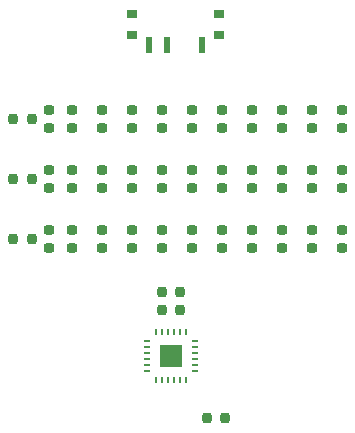
<source format=gtp>
G04 #@! TF.GenerationSoftware,KiCad,Pcbnew,8.0.2*
G04 #@! TF.CreationDate,2024-10-23T21:54:28-05:00*
G04 #@! TF.ProjectId,SAMC21_breakout,53414d43-3231-45f6-9272-65616b6f7574,rev?*
G04 #@! TF.SameCoordinates,Original*
G04 #@! TF.FileFunction,Paste,Top*
G04 #@! TF.FilePolarity,Positive*
%FSLAX46Y46*%
G04 Gerber Fmt 4.6, Leading zero omitted, Abs format (unit mm)*
G04 Created by KiCad (PCBNEW 8.0.2) date 2024-10-23 21:54:28*
%MOMM*%
%LPD*%
G01*
G04 APERTURE LIST*
G04 Aperture macros list*
%AMRoundRect*
0 Rectangle with rounded corners*
0 $1 Rounding radius*
0 $2 $3 $4 $5 $6 $7 $8 $9 X,Y pos of 4 corners*
0 Add a 4 corners polygon primitive as box body*
4,1,4,$2,$3,$4,$5,$6,$7,$8,$9,$2,$3,0*
0 Add four circle primitives for the rounded corners*
1,1,$1+$1,$2,$3*
1,1,$1+$1,$4,$5*
1,1,$1+$1,$6,$7*
1,1,$1+$1,$8,$9*
0 Add four rect primitives between the rounded corners*
20,1,$1+$1,$2,$3,$4,$5,0*
20,1,$1+$1,$4,$5,$6,$7,0*
20,1,$1+$1,$6,$7,$8,$9,0*
20,1,$1+$1,$8,$9,$2,$3,0*%
G04 Aperture macros list end*
%ADD10RoundRect,0.196875X0.196875X0.230625X-0.196875X0.230625X-0.196875X-0.230625X0.196875X-0.230625X0*%
%ADD11RoundRect,0.196875X-0.196875X-0.230625X0.196875X-0.230625X0.196875X0.230625X-0.196875X0.230625X0*%
%ADD12RoundRect,0.196875X0.230625X-0.196875X0.230625X0.196875X-0.230625X0.196875X-0.230625X-0.196875X0*%
%ADD13O,0.225000X0.630000*%
%ADD14O,0.630000X0.225000*%
%ADD15R,1.890000X1.890000*%
%ADD16R,0.630000X1.350000*%
%ADD17R,0.900000X0.720000*%
G04 APERTURE END LIST*
D10*
X99487500Y-98418000D03*
X97912500Y-98418000D03*
D11*
X85339500Y-83813000D03*
X86914500Y-83813000D03*
X85339500Y-88893000D03*
X86914500Y-88893000D03*
D12*
X92858000Y-84600500D03*
X92858000Y-83025500D03*
D13*
X99950000Y-101879000D03*
X99450000Y-101879000D03*
X98950000Y-101879000D03*
X98450000Y-101879000D03*
X97950000Y-101879000D03*
X97450000Y-101879000D03*
D14*
X96700000Y-102629000D03*
X96700000Y-103129000D03*
X96700000Y-103629000D03*
X96700000Y-104129000D03*
X96700000Y-104629000D03*
X96700000Y-105129000D03*
D13*
X97450000Y-105879000D03*
X97950000Y-105879000D03*
X98450000Y-105879000D03*
X98950000Y-105879000D03*
X99450000Y-105879000D03*
X99950000Y-105879000D03*
D14*
X100700000Y-105129000D03*
X100700000Y-104629000D03*
X100700000Y-104129000D03*
X100700000Y-103629000D03*
X100700000Y-103129000D03*
X100700000Y-102629000D03*
D15*
X98700000Y-103879000D03*
D12*
X113178000Y-94760500D03*
X113178000Y-93185500D03*
X97938000Y-89680500D03*
X97938000Y-88105500D03*
D10*
X99487500Y-99942000D03*
X97912500Y-99942000D03*
D16*
X101331000Y-77562000D03*
X98331000Y-77562000D03*
X96831000Y-77562000D03*
D17*
X102781000Y-76712000D03*
X102781000Y-74912000D03*
X95381000Y-76712000D03*
X95381000Y-74912000D03*
D11*
X85339500Y-93973000D03*
X86914500Y-93973000D03*
D12*
X88413000Y-84600500D03*
X88413000Y-83025500D03*
X88413000Y-89680500D03*
X88413000Y-88105500D03*
X88413000Y-94760500D03*
X88413000Y-93185500D03*
X90318000Y-84600500D03*
X90318000Y-83025500D03*
X90318000Y-89680500D03*
X90318000Y-88105500D03*
X90318000Y-94760500D03*
X90318000Y-93185500D03*
X95398000Y-84600500D03*
X95398000Y-83025500D03*
X95398000Y-89680500D03*
X95398000Y-88105500D03*
X95398000Y-94760500D03*
X95398000Y-93185500D03*
X100478000Y-84600500D03*
X100478000Y-83025500D03*
X100478000Y-89680500D03*
X100478000Y-88105500D03*
X100478000Y-94760500D03*
X100478000Y-93185500D03*
X105558000Y-84600500D03*
X105558000Y-83025500D03*
X105558000Y-89680500D03*
X105558000Y-88105500D03*
X105558000Y-94760500D03*
X105558000Y-93185500D03*
X110638000Y-84600500D03*
X110638000Y-83025500D03*
X110638000Y-89680500D03*
X110638000Y-88105500D03*
X110638000Y-94760500D03*
X110638000Y-93185500D03*
X92858000Y-89680500D03*
X92858000Y-88105500D03*
X92858000Y-94760500D03*
X92858000Y-93185500D03*
X97938000Y-84600500D03*
X97938000Y-83025500D03*
X97938000Y-94760500D03*
X97938000Y-93185500D03*
X103018000Y-84600500D03*
X103018000Y-83025500D03*
X103018000Y-89680500D03*
X103018000Y-88105500D03*
X103018000Y-94760500D03*
X103018000Y-93185500D03*
X108098000Y-84600500D03*
X108098000Y-83025500D03*
X108098000Y-89680500D03*
X108098000Y-88105500D03*
X108098000Y-94760500D03*
X108098000Y-93185500D03*
X113178000Y-84600500D03*
X113178000Y-83025500D03*
X113178000Y-89680500D03*
X113178000Y-88105500D03*
D11*
X101722500Y-109086000D03*
X103297500Y-109086000D03*
M02*

</source>
